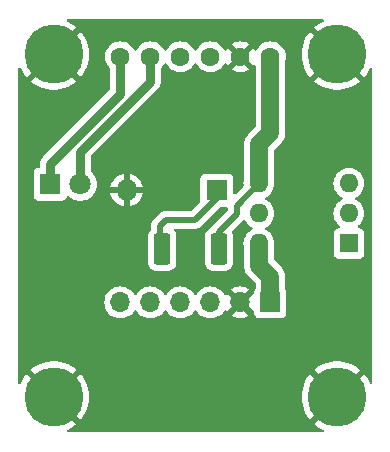
<source format=gbr>
%TF.GenerationSoftware,KiCad,Pcbnew,7.0.7*%
%TF.CreationDate,2024-02-22T12:36:16+00:00*%
%TF.ProjectId,solenoidInterface_rev0,736f6c65-6e6f-4696-9449-6e7465726661,rev?*%
%TF.SameCoordinates,Original*%
%TF.FileFunction,Copper,L1,Top*%
%TF.FilePolarity,Positive*%
%FSLAX46Y46*%
G04 Gerber Fmt 4.6, Leading zero omitted, Abs format (unit mm)*
G04 Created by KiCad (PCBNEW 7.0.7) date 2024-02-22 12:36:16*
%MOMM*%
%LPD*%
G01*
G04 APERTURE LIST*
G04 Aperture macros list*
%AMRoundRect*
0 Rectangle with rounded corners*
0 $1 Rounding radius*
0 $2 $3 $4 $5 $6 $7 $8 $9 X,Y pos of 4 corners*
0 Add a 4 corners polygon primitive as box body*
4,1,4,$2,$3,$4,$5,$6,$7,$8,$9,$2,$3,0*
0 Add four circle primitives for the rounded corners*
1,1,$1+$1,$2,$3*
1,1,$1+$1,$4,$5*
1,1,$1+$1,$6,$7*
1,1,$1+$1,$8,$9*
0 Add four rect primitives between the rounded corners*
20,1,$1+$1,$2,$3,$4,$5,0*
20,1,$1+$1,$4,$5,$6,$7,0*
20,1,$1+$1,$6,$7,$8,$9,0*
20,1,$1+$1,$8,$9,$2,$3,0*%
G04 Aperture macros list end*
%TA.AperFunction,ComponentPad*%
%ADD10C,1.600000*%
%TD*%
%TA.AperFunction,ComponentPad*%
%ADD11R,1.700000X1.700000*%
%TD*%
%TA.AperFunction,ComponentPad*%
%ADD12O,1.700000X1.700000*%
%TD*%
%TA.AperFunction,ComponentPad*%
%ADD13R,1.600000X1.600000*%
%TD*%
%TA.AperFunction,ComponentPad*%
%ADD14O,1.600000X1.600000*%
%TD*%
%TA.AperFunction,ComponentPad*%
%ADD15C,0.800000*%
%TD*%
%TA.AperFunction,ComponentPad*%
%ADD16C,5.000000*%
%TD*%
%TA.AperFunction,SMDPad,CuDef*%
%ADD17RoundRect,0.249999X0.450001X1.075001X-0.450001X1.075001X-0.450001X-1.075001X0.450001X-1.075001X0*%
%TD*%
%TA.AperFunction,ComponentPad*%
%ADD18R,1.800000X1.800000*%
%TD*%
%TA.AperFunction,ComponentPad*%
%ADD19C,1.800000*%
%TD*%
%TA.AperFunction,ComponentPad*%
%ADD20O,1.800000X1.800000*%
%TD*%
%TA.AperFunction,Conductor*%
%ADD21C,0.500000*%
%TD*%
%TA.AperFunction,Conductor*%
%ADD22C,0.750000*%
%TD*%
%TA.AperFunction,Conductor*%
%ADD23C,1.500000*%
%TD*%
G04 APERTURE END LIST*
D10*
%TO.P,J2,1,Pin_1*%
%TO.N,statusLED-*%
X8650000Y-3200000D03*
%TO.P,J2,2,Pin_2*%
%TO.N,statusLED+*%
X11190000Y-3200000D03*
%TO.P,J2,3,Pin_3*%
%TO.N,solenoidStateReturn*%
X13730000Y-3200000D03*
%TO.P,J2,4,Pin_4*%
%TO.N,solenoidState_BUS*%
X16270000Y-3200000D03*
%TO.P,J2,5,Pin_5*%
%TO.N,24VDC_GND*%
X18810000Y-3200000D03*
%TO.P,J2,6,Pin_6*%
%TO.N,solenoid+*%
X21350000Y-3200000D03*
%TD*%
D11*
%TO.P,J1,1,Pin_1*%
%TO.N,24VDC_HOT*%
X21350000Y-24000000D03*
D12*
%TO.P,J1,2,Pin_2*%
%TO.N,24VDC_GND*%
X18810000Y-24000000D03*
%TO.P,J1,3,Pin_3*%
%TO.N,solenoidSignal*%
X16270000Y-24000000D03*
%TO.P,J1,4,Pin_4*%
%TO.N,arduino_GND*%
X13730000Y-24000000D03*
%TO.P,J1,5,Pin_5*%
%TO.N,solenoidState_BUS*%
X11190000Y-24000000D03*
%TO.P,J1,6,Pin_6*%
%TO.N,solenoidStateReturn*%
X8650000Y-24000000D03*
%TD*%
D13*
%TO.P,U1,1*%
%TO.N,solenoidSignal*%
X28000000Y-19000000D03*
D14*
%TO.P,U1,2*%
%TO.N,Net-(R1-Pad1)*%
X28000000Y-16460000D03*
%TO.P,U1,3*%
%TO.N,unconnected-(U1-Pad3)*%
X28000000Y-13920000D03*
%TO.P,U1,4*%
%TO.N,solenoid+*%
X20380000Y-13920000D03*
%TO.P,U1,5*%
%TO.N,unconnected-(U1-Pad5)*%
X20380000Y-16460000D03*
%TO.P,U1,6*%
%TO.N,24VDC_HOT*%
X20380000Y-19000000D03*
%TD*%
D15*
%TO.P,H3,1,1*%
%TO.N,24VDC_GND*%
X25125000Y-32000000D03*
X25674175Y-30674175D03*
X25674175Y-33325825D03*
X27000000Y-30125000D03*
D16*
X27000000Y-32000000D03*
D15*
X27000000Y-33875000D03*
X28325825Y-30674175D03*
X28325825Y-33325825D03*
X28875000Y-32000000D03*
%TD*%
%TO.P,H1,1,1*%
%TO.N,24VDC_GND*%
X1125000Y-3000000D03*
X1674175Y-1674175D03*
X1674175Y-4325825D03*
X3000000Y-1125000D03*
D16*
X3000000Y-3000000D03*
D15*
X3000000Y-4875000D03*
X4325825Y-1674175D03*
X4325825Y-4325825D03*
X4875000Y-3000000D03*
%TD*%
D17*
%TO.P,R2,1*%
%TO.N,solenoid+*%
X17000000Y-19500000D03*
%TO.P,R2,2*%
%TO.N,Net-(D1-K)*%
X12200000Y-19500000D03*
%TD*%
D15*
%TO.P,H4,1,1*%
%TO.N,24VDC_GND*%
X1125000Y-32000000D03*
X1674175Y-30674175D03*
X1674175Y-33325825D03*
X3000000Y-30125000D03*
D16*
X3000000Y-32000000D03*
D15*
X3000000Y-33875000D03*
X4325825Y-30674175D03*
X4325825Y-33325825D03*
X4875000Y-32000000D03*
%TD*%
%TO.P,H2,1,1*%
%TO.N,24VDC_GND*%
X25125000Y-3000000D03*
X25674175Y-1674175D03*
X25674175Y-4325825D03*
X27000000Y-1125000D03*
D16*
X27000000Y-3000000D03*
D15*
X27000000Y-4875000D03*
X28325825Y-1674175D03*
X28325825Y-4325825D03*
X28875000Y-3000000D03*
%TD*%
D18*
%TO.P,D2,1,K*%
%TO.N,statusLED-*%
X2725000Y-14000000D03*
D19*
%TO.P,D2,2,A*%
%TO.N,statusLED+*%
X5265000Y-14000000D03*
%TD*%
D18*
%TO.P,D1,1,K*%
%TO.N,Net-(D1-K)*%
X16810000Y-14500000D03*
D20*
%TO.P,D1,2,A*%
%TO.N,24VDC_GND*%
X9190000Y-14500000D03*
%TD*%
D21*
%TO.N,Net-(D1-K)*%
X12500000Y-17000000D02*
X12000000Y-17500000D01*
X15000000Y-17000000D02*
X12500000Y-17000000D01*
X16810000Y-15190000D02*
X15000000Y-17000000D01*
X12000000Y-19300000D02*
X12200000Y-19500000D01*
X16810000Y-14500000D02*
X16810000Y-15190000D01*
X12000000Y-17500000D02*
X12000000Y-19300000D01*
D22*
%TO.N,statusLED-*%
X8650000Y-6350000D02*
X8650000Y-3200000D01*
X2725000Y-12275000D02*
X8650000Y-6350000D01*
X2725000Y-14000000D02*
X2725000Y-12275000D01*
%TO.N,statusLED+*%
X11190000Y-5310000D02*
X11190000Y-3200000D01*
X5265000Y-14000000D02*
X5265000Y-11235000D01*
X5265000Y-11235000D02*
X11190000Y-5310000D01*
D23*
%TO.N,24VDC_HOT*%
X20380000Y-20880000D02*
X21350000Y-21850000D01*
X20380000Y-19000000D02*
X20380000Y-20880000D01*
X21350000Y-21850000D02*
X21350000Y-24000000D01*
D21*
%TO.N,solenoid+*%
X17000000Y-19500000D02*
X17000000Y-18000000D01*
D23*
X20380000Y-13920000D02*
X20380000Y-10620000D01*
D21*
X18500000Y-15800000D02*
X20380000Y-13920000D01*
D23*
X21350000Y-9650000D02*
X21350000Y-3200000D01*
D21*
X17000000Y-18000000D02*
X18500000Y-16500000D01*
X18500000Y-16500000D02*
X18500000Y-15800000D01*
D23*
X20380000Y-10620000D02*
X21350000Y-9650000D01*
%TD*%
%TA.AperFunction,Conductor*%
%TO.N,24VDC_GND*%
G36*
X25833444Y-20185D02*
G01*
X25879199Y-72989D01*
X25889143Y-142147D01*
X25860118Y-205703D01*
X25812673Y-238365D01*
X25813057Y-239255D01*
X25809739Y-240685D01*
X25497461Y-397519D01*
X25205485Y-589554D01*
X25062817Y-709264D01*
X25599034Y-1245481D01*
X25632519Y-1306804D01*
X25627535Y-1376496D01*
X25585663Y-1432429D01*
X25580245Y-1436263D01*
X25493935Y-1493934D01*
X25493934Y-1493935D01*
X25436263Y-1580245D01*
X25382651Y-1625049D01*
X25313326Y-1633756D01*
X25250299Y-1603601D01*
X25245481Y-1599034D01*
X24706148Y-1059701D01*
X24706146Y-1059701D01*
X24697973Y-1068366D01*
X24489289Y-1348677D01*
X24314561Y-1651316D01*
X24314555Y-1651329D01*
X24176145Y-1972199D01*
X24075916Y-2306988D01*
X24075914Y-2306997D01*
X24015236Y-2651119D01*
X24015235Y-2651130D01*
X23994916Y-2999996D01*
X23994916Y-3000003D01*
X24015235Y-3348869D01*
X24015236Y-3348880D01*
X24075914Y-3693002D01*
X24075916Y-3693011D01*
X24176145Y-4027800D01*
X24314555Y-4348670D01*
X24314561Y-4348683D01*
X24489289Y-4651322D01*
X24697972Y-4931631D01*
X24697976Y-4931636D01*
X24706147Y-4940297D01*
X24706148Y-4940298D01*
X25245481Y-4400964D01*
X25306804Y-4367479D01*
X25376495Y-4372463D01*
X25432429Y-4414334D01*
X25436264Y-4419754D01*
X25438679Y-4423369D01*
X25438680Y-4423370D01*
X25479953Y-4485139D01*
X25493935Y-4506065D01*
X25580243Y-4563734D01*
X25625049Y-4617346D01*
X25633756Y-4686671D01*
X25603602Y-4749698D01*
X25599034Y-4754517D01*
X25062817Y-5290733D01*
X25062818Y-5290734D01*
X25205480Y-5410442D01*
X25497461Y-5602480D01*
X25809739Y-5759314D01*
X25809745Y-5759316D01*
X26138130Y-5878838D01*
X26138133Y-5878839D01*
X26478171Y-5959429D01*
X26825276Y-5999999D01*
X26825277Y-6000000D01*
X27174723Y-6000000D01*
X27174723Y-5999999D01*
X27521827Y-5959429D01*
X27521829Y-5959429D01*
X27861866Y-5878839D01*
X27861869Y-5878838D01*
X28190254Y-5759316D01*
X28190260Y-5759314D01*
X28502538Y-5602480D01*
X28794515Y-5410445D01*
X28937180Y-5290734D01*
X28937181Y-5290733D01*
X28400965Y-4754517D01*
X28367480Y-4693194D01*
X28372464Y-4623502D01*
X28414336Y-4567569D01*
X28419756Y-4563733D01*
X28423366Y-4561320D01*
X28423370Y-4561320D01*
X28506065Y-4506065D01*
X28561320Y-4423370D01*
X28561320Y-4423368D01*
X28563735Y-4419755D01*
X28617347Y-4374950D01*
X28686672Y-4366243D01*
X28749699Y-4396397D01*
X28754518Y-4400965D01*
X29293850Y-4940297D01*
X29302032Y-4931625D01*
X29510710Y-4651322D01*
X29685438Y-4348683D01*
X29685444Y-4348670D01*
X29761641Y-4172027D01*
X29806269Y-4118267D01*
X29872877Y-4097169D01*
X29940318Y-4115431D01*
X29987179Y-4167255D01*
X29999500Y-4221141D01*
X29999500Y-30778858D01*
X29979815Y-30845897D01*
X29927011Y-30891652D01*
X29857853Y-30901596D01*
X29794297Y-30872571D01*
X29761641Y-30827972D01*
X29685444Y-30651329D01*
X29685438Y-30651316D01*
X29510710Y-30348677D01*
X29302029Y-30068371D01*
X29293850Y-30059701D01*
X29293850Y-30059700D01*
X28754517Y-30599034D01*
X28693194Y-30632519D01*
X28623502Y-30627535D01*
X28567569Y-30585663D01*
X28563734Y-30580243D01*
X28506065Y-30493935D01*
X28419754Y-30436264D01*
X28374949Y-30382652D01*
X28366242Y-30313327D01*
X28396396Y-30250299D01*
X28400964Y-30245481D01*
X28937181Y-29709265D01*
X28937180Y-29709264D01*
X28794519Y-29589557D01*
X28502538Y-29397519D01*
X28190260Y-29240685D01*
X28190254Y-29240683D01*
X27861869Y-29121161D01*
X27861866Y-29121160D01*
X27521828Y-29040570D01*
X27174723Y-29000000D01*
X26825277Y-29000000D01*
X26478172Y-29040570D01*
X26478170Y-29040570D01*
X26138133Y-29121160D01*
X26138130Y-29121161D01*
X25809745Y-29240683D01*
X25809739Y-29240685D01*
X25497461Y-29397519D01*
X25205485Y-29589554D01*
X25062817Y-29709264D01*
X25599034Y-30245481D01*
X25632519Y-30306804D01*
X25627535Y-30376496D01*
X25585663Y-30432429D01*
X25580245Y-30436263D01*
X25493935Y-30493934D01*
X25493934Y-30493935D01*
X25436263Y-30580245D01*
X25382651Y-30625049D01*
X25313326Y-30633756D01*
X25250299Y-30603601D01*
X25245481Y-30599034D01*
X24706148Y-30059701D01*
X24706146Y-30059701D01*
X24697973Y-30068366D01*
X24489289Y-30348677D01*
X24314561Y-30651316D01*
X24314555Y-30651329D01*
X24176145Y-30972199D01*
X24075916Y-31306988D01*
X24075914Y-31306997D01*
X24015236Y-31651119D01*
X24015235Y-31651130D01*
X23994916Y-31999996D01*
X23994916Y-32000003D01*
X24015235Y-32348869D01*
X24015236Y-32348880D01*
X24075914Y-32693002D01*
X24075916Y-32693011D01*
X24176145Y-33027800D01*
X24314555Y-33348670D01*
X24314561Y-33348683D01*
X24489289Y-33651322D01*
X24697972Y-33931631D01*
X24697976Y-33931636D01*
X24706147Y-33940297D01*
X24706148Y-33940298D01*
X25245481Y-33400964D01*
X25306804Y-33367479D01*
X25376495Y-33372463D01*
X25432429Y-33414334D01*
X25436264Y-33419754D01*
X25493935Y-33506065D01*
X25580243Y-33563734D01*
X25625049Y-33617346D01*
X25633756Y-33686671D01*
X25603602Y-33749698D01*
X25599034Y-33754517D01*
X25062817Y-34290733D01*
X25062818Y-34290734D01*
X25205480Y-34410442D01*
X25497461Y-34602480D01*
X25809739Y-34759314D01*
X25813057Y-34760745D01*
X25812612Y-34761774D01*
X25865079Y-34800404D01*
X25890015Y-34865673D01*
X25875705Y-34934062D01*
X25826694Y-34983857D01*
X25766405Y-34999500D01*
X4233595Y-34999500D01*
X4166556Y-34979815D01*
X4120801Y-34927011D01*
X4110857Y-34857853D01*
X4139882Y-34794297D01*
X4187326Y-34761634D01*
X4186943Y-34760745D01*
X4190260Y-34759314D01*
X4502538Y-34602480D01*
X4794515Y-34410445D01*
X4937180Y-34290734D01*
X4937181Y-34290733D01*
X4400965Y-33754517D01*
X4367480Y-33693194D01*
X4372464Y-33623502D01*
X4414336Y-33567569D01*
X4419756Y-33563733D01*
X4423366Y-33561320D01*
X4423370Y-33561320D01*
X4506065Y-33506065D01*
X4561320Y-33423370D01*
X4561320Y-33423368D01*
X4563735Y-33419755D01*
X4617347Y-33374950D01*
X4686672Y-33366243D01*
X4749699Y-33396397D01*
X4754518Y-33400965D01*
X5293850Y-33940297D01*
X5302032Y-33931625D01*
X5510710Y-33651322D01*
X5685438Y-33348683D01*
X5685444Y-33348670D01*
X5823854Y-33027800D01*
X5924083Y-32693011D01*
X5924085Y-32693002D01*
X5984763Y-32348880D01*
X5984764Y-32348869D01*
X6005084Y-32000003D01*
X6005084Y-31999996D01*
X5984764Y-31651130D01*
X5984763Y-31651119D01*
X5924085Y-31306997D01*
X5924083Y-31306988D01*
X5823854Y-30972199D01*
X5685444Y-30651329D01*
X5685438Y-30651316D01*
X5510710Y-30348677D01*
X5302029Y-30068371D01*
X5293850Y-30059701D01*
X5293850Y-30059700D01*
X4754517Y-30599034D01*
X4693194Y-30632519D01*
X4623502Y-30627535D01*
X4567569Y-30585663D01*
X4563734Y-30580243D01*
X4506065Y-30493935D01*
X4419754Y-30436264D01*
X4374949Y-30382652D01*
X4366242Y-30313327D01*
X4396396Y-30250299D01*
X4400964Y-30245481D01*
X4937181Y-29709265D01*
X4937180Y-29709264D01*
X4794519Y-29589557D01*
X4502538Y-29397519D01*
X4190260Y-29240685D01*
X4190254Y-29240683D01*
X3861869Y-29121161D01*
X3861866Y-29121160D01*
X3521828Y-29040570D01*
X3174723Y-29000000D01*
X2825277Y-29000000D01*
X2478172Y-29040570D01*
X2478170Y-29040570D01*
X2138133Y-29121160D01*
X2138130Y-29121161D01*
X1809745Y-29240683D01*
X1809739Y-29240685D01*
X1497461Y-29397519D01*
X1205485Y-29589554D01*
X1062817Y-29709264D01*
X1599034Y-30245481D01*
X1632519Y-30306804D01*
X1627535Y-30376496D01*
X1585663Y-30432429D01*
X1580245Y-30436263D01*
X1493935Y-30493934D01*
X1493934Y-30493935D01*
X1436263Y-30580245D01*
X1382651Y-30625049D01*
X1313326Y-30633756D01*
X1250299Y-30603601D01*
X1245481Y-30599034D01*
X706148Y-30059701D01*
X706146Y-30059701D01*
X697973Y-30068366D01*
X489289Y-30348677D01*
X314561Y-30651316D01*
X314555Y-30651329D01*
X238359Y-30827972D01*
X193731Y-30881732D01*
X127123Y-30902830D01*
X59682Y-30884568D01*
X12821Y-30832744D01*
X500Y-30778858D01*
X500Y-14947870D01*
X1324500Y-14947870D01*
X1324501Y-14947876D01*
X1330908Y-15007483D01*
X1381202Y-15142328D01*
X1381206Y-15142335D01*
X1467452Y-15257544D01*
X1467455Y-15257547D01*
X1582664Y-15343793D01*
X1582671Y-15343797D01*
X1717517Y-15394091D01*
X1717516Y-15394091D01*
X1724444Y-15394835D01*
X1777127Y-15400500D01*
X3672872Y-15400499D01*
X3732483Y-15394091D01*
X3867331Y-15343796D01*
X3982546Y-15257546D01*
X4068796Y-15142331D01*
X4076329Y-15122135D01*
X4097455Y-15065493D01*
X4139326Y-15009559D01*
X4204790Y-14985141D01*
X4273063Y-14999992D01*
X4304866Y-15024843D01*
X4312302Y-15032920D01*
X4313215Y-15033912D01*
X4313222Y-15033918D01*
X4496365Y-15176464D01*
X4496371Y-15176468D01*
X4496374Y-15176470D01*
X4700497Y-15286936D01*
X4745487Y-15302381D01*
X4920015Y-15362297D01*
X4920017Y-15362297D01*
X4920019Y-15362298D01*
X5148951Y-15400500D01*
X5148952Y-15400500D01*
X5381048Y-15400500D01*
X5381049Y-15400500D01*
X5609981Y-15362298D01*
X5829503Y-15286936D01*
X6033626Y-15176470D01*
X6216784Y-15033913D01*
X6373979Y-14863153D01*
X6447905Y-14750000D01*
X7809117Y-14750000D01*
X7861317Y-14956135D01*
X7954516Y-15168609D01*
X8081414Y-15362842D01*
X8238558Y-15533545D01*
X8238562Y-15533548D01*
X8421644Y-15676047D01*
X8421648Y-15676050D01*
X8625697Y-15786476D01*
X8625706Y-15786479D01*
X8845139Y-15861811D01*
X8939999Y-15877640D01*
X8940000Y-15877639D01*
X8940000Y-15061821D01*
X8959685Y-14994782D01*
X9012489Y-14949027D01*
X9081647Y-14939083D01*
X9100547Y-14943329D01*
X9122173Y-14950000D01*
X9223723Y-14950000D01*
X9223724Y-14950000D01*
X9297519Y-14938877D01*
X9366742Y-14948350D01*
X9419857Y-14993744D01*
X9439997Y-15060648D01*
X9440000Y-15061492D01*
X9440000Y-15877640D01*
X9534860Y-15861811D01*
X9754293Y-15786479D01*
X9754302Y-15786476D01*
X9958351Y-15676050D01*
X9958355Y-15676047D01*
X10141437Y-15533548D01*
X10141441Y-15533545D01*
X10298585Y-15362842D01*
X10425483Y-15168609D01*
X10518682Y-14956135D01*
X10570883Y-14750000D01*
X9750003Y-14750000D01*
X9682964Y-14730315D01*
X9637209Y-14677511D01*
X9627265Y-14608353D01*
X9629112Y-14598408D01*
X9643810Y-14534007D01*
X9643810Y-14534006D01*
X9632979Y-14389468D01*
X9635079Y-14389310D01*
X9638595Y-14331861D01*
X9679890Y-14275501D01*
X9745101Y-14250413D01*
X9755216Y-14250000D01*
X10570883Y-14250000D01*
X10518682Y-14043864D01*
X10425483Y-13831390D01*
X10298585Y-13637157D01*
X10141441Y-13466454D01*
X10141437Y-13466451D01*
X9958355Y-13323952D01*
X9958351Y-13323949D01*
X9754302Y-13213523D01*
X9754293Y-13213520D01*
X9534861Y-13138188D01*
X9440000Y-13122359D01*
X9440000Y-13938178D01*
X9420315Y-14005217D01*
X9367511Y-14050972D01*
X9298353Y-14060916D01*
X9279454Y-14056670D01*
X9257829Y-14050000D01*
X9257827Y-14050000D01*
X9156276Y-14050000D01*
X9156268Y-14050000D01*
X9082481Y-14061122D01*
X9013256Y-14051649D01*
X8960143Y-14006254D01*
X8940003Y-13939350D01*
X8940000Y-13938507D01*
X8940000Y-13122359D01*
X8939999Y-13122359D01*
X8845138Y-13138188D01*
X8625706Y-13213520D01*
X8625697Y-13213523D01*
X8421648Y-13323949D01*
X8421644Y-13323952D01*
X8238562Y-13466451D01*
X8238558Y-13466454D01*
X8081414Y-13637157D01*
X7954516Y-13831390D01*
X7861317Y-14043864D01*
X7809117Y-14250000D01*
X8629997Y-14250000D01*
X8697036Y-14269685D01*
X8742791Y-14322489D01*
X8752735Y-14391647D01*
X8750888Y-14401592D01*
X8736189Y-14465992D01*
X8736189Y-14465993D01*
X8747021Y-14610532D01*
X8744920Y-14610689D01*
X8741405Y-14668139D01*
X8700110Y-14724499D01*
X8634899Y-14749587D01*
X8624784Y-14750000D01*
X7809117Y-14750000D01*
X6447905Y-14750000D01*
X6500924Y-14668849D01*
X6594157Y-14456300D01*
X6651134Y-14231305D01*
X6664903Y-14065135D01*
X6670300Y-14000006D01*
X6670300Y-13999993D01*
X6651135Y-13768702D01*
X6651133Y-13768691D01*
X6594157Y-13543699D01*
X6500924Y-13331151D01*
X6373983Y-13136852D01*
X6373980Y-13136849D01*
X6373979Y-13136847D01*
X6216784Y-12966087D01*
X6214156Y-12964041D01*
X6188336Y-12943944D01*
X6147524Y-12887233D01*
X6140500Y-12846092D01*
X6140500Y-11649005D01*
X6160185Y-11581966D01*
X6176814Y-11561329D01*
X11782142Y-5956000D01*
X11785810Y-5952618D01*
X11829357Y-5915631D01*
X11879808Y-5849262D01*
X11932030Y-5784297D01*
X11932109Y-5784138D01*
X11944489Y-5764177D01*
X11944602Y-5764029D01*
X11946783Y-5759316D01*
X11979610Y-5688359D01*
X12016641Y-5613693D01*
X12016685Y-5613514D01*
X12024484Y-5591363D01*
X12024562Y-5591197D01*
X12042484Y-5509775D01*
X12062600Y-5428890D01*
X12062604Y-5428714D01*
X12065461Y-5405391D01*
X12065500Y-5405216D01*
X12065500Y-5321840D01*
X12067757Y-5238527D01*
X12067720Y-5238334D01*
X12065500Y-5214975D01*
X12065500Y-4215048D01*
X12085185Y-4148009D01*
X12101814Y-4127371D01*
X12190047Y-4039139D01*
X12320568Y-3852734D01*
X12347619Y-3794721D01*
X12393788Y-3742286D01*
X12460981Y-3723133D01*
X12527862Y-3743348D01*
X12572380Y-3794722D01*
X12599432Y-3852734D01*
X12649546Y-3924305D01*
X12729954Y-4039141D01*
X12890858Y-4200045D01*
X12890861Y-4200047D01*
X13077266Y-4330568D01*
X13283504Y-4426739D01*
X13503308Y-4485635D01*
X13665230Y-4499801D01*
X13729998Y-4505468D01*
X13730000Y-4505468D01*
X13730002Y-4505468D01*
X13786672Y-4500509D01*
X13956692Y-4485635D01*
X14176496Y-4426739D01*
X14382734Y-4330568D01*
X14569139Y-4200047D01*
X14730047Y-4039139D01*
X14860568Y-3852734D01*
X14887618Y-3794724D01*
X14933790Y-3742285D01*
X15000983Y-3723133D01*
X15067865Y-3743348D01*
X15112382Y-3794725D01*
X15139429Y-3852728D01*
X15139432Y-3852734D01*
X15269954Y-4039141D01*
X15430858Y-4200045D01*
X15430861Y-4200047D01*
X15617266Y-4330568D01*
X15823504Y-4426739D01*
X16043308Y-4485635D01*
X16205230Y-4499801D01*
X16269998Y-4505468D01*
X16270000Y-4505468D01*
X16270002Y-4505468D01*
X16326672Y-4500509D01*
X16496692Y-4485635D01*
X16716496Y-4426739D01*
X16922734Y-4330568D01*
X17109139Y-4200047D01*
X17270047Y-4039139D01*
X17400568Y-3852734D01*
X17427895Y-3794129D01*
X17474064Y-3741695D01*
X17541257Y-3722542D01*
X17608139Y-3742757D01*
X17652657Y-3794133D01*
X17679865Y-3852481D01*
X17679866Y-3852483D01*
X17730973Y-3925471D01*
X17730973Y-3925472D01*
X18161481Y-3494963D01*
X18222804Y-3461478D01*
X18292495Y-3466462D01*
X18348429Y-3508333D01*
X18351514Y-3513249D01*
X18351549Y-3513225D01*
X18356441Y-3520156D01*
X18426089Y-3594730D01*
X18459638Y-3630652D01*
X18494698Y-3651973D01*
X18541749Y-3703623D01*
X18553407Y-3772513D01*
X18525970Y-3836770D01*
X18517950Y-3845601D01*
X18084526Y-4279025D01*
X18084526Y-4279026D01*
X18157512Y-4330131D01*
X18157516Y-4330133D01*
X18363673Y-4426265D01*
X18363682Y-4426269D01*
X18583389Y-4485139D01*
X18583400Y-4485141D01*
X18809998Y-4504966D01*
X18810002Y-4504966D01*
X19036599Y-4485141D01*
X19036610Y-4485139D01*
X19256317Y-4426269D01*
X19256331Y-4426264D01*
X19462478Y-4330136D01*
X19535472Y-4279025D01*
X19103165Y-3846719D01*
X19069680Y-3785396D01*
X19074664Y-3715705D01*
X19112589Y-3662852D01*
X19215739Y-3578934D01*
X19266052Y-3507655D01*
X19320793Y-3464239D01*
X19390318Y-3457309D01*
X19452553Y-3489067D01*
X19455037Y-3491483D01*
X19889025Y-3925472D01*
X19902363Y-3924305D01*
X19928501Y-3903413D01*
X19997999Y-3896219D01*
X20060354Y-3927741D01*
X20095769Y-3987971D01*
X20099500Y-4018161D01*
X20099500Y-9080663D01*
X20079815Y-9147702D01*
X20063181Y-9168344D01*
X19547885Y-9683639D01*
X19542699Y-9688274D01*
X19512337Y-9712488D01*
X19512333Y-9712492D01*
X19467365Y-9763960D01*
X19464521Y-9767003D01*
X19456064Y-9775461D01*
X19456054Y-9775472D01*
X19429049Y-9807818D01*
X19364234Y-9882004D01*
X19364230Y-9882010D01*
X19361981Y-9885774D01*
X19350746Y-9901608D01*
X19347934Y-9904977D01*
X19347932Y-9904981D01*
X19299316Y-9990659D01*
X19271321Y-10037514D01*
X19248783Y-10075238D01*
X19247247Y-10079332D01*
X19239008Y-10096945D01*
X19236850Y-10100747D01*
X19236846Y-10100757D01*
X19204307Y-10193746D01*
X19169694Y-10285970D01*
X19169689Y-10285988D01*
X19168909Y-10290288D01*
X19163952Y-10309069D01*
X19162503Y-10313209D01*
X19162502Y-10313215D01*
X19147089Y-10410527D01*
X19129500Y-10507448D01*
X19129500Y-10511827D01*
X19127973Y-10531229D01*
X19127289Y-10535540D01*
X19129500Y-10634021D01*
X19129500Y-13545856D01*
X19125275Y-13577949D01*
X19094366Y-13693302D01*
X19094364Y-13693313D01*
X19074532Y-13919998D01*
X19074532Y-13920003D01*
X19089129Y-14086861D01*
X19075362Y-14155360D01*
X19053282Y-14185348D01*
X18422180Y-14816451D01*
X18360857Y-14849936D01*
X18291166Y-14844952D01*
X18235232Y-14803081D01*
X18210815Y-14737616D01*
X18210499Y-14728770D01*
X18210499Y-13552129D01*
X18210498Y-13552123D01*
X18210497Y-13552116D01*
X18204091Y-13492517D01*
X18197002Y-13473511D01*
X18153797Y-13357671D01*
X18153793Y-13357664D01*
X18067547Y-13242455D01*
X18067544Y-13242452D01*
X17952335Y-13156206D01*
X17952328Y-13156202D01*
X17817482Y-13105908D01*
X17817483Y-13105908D01*
X17757883Y-13099501D01*
X17757881Y-13099500D01*
X17757873Y-13099500D01*
X17757864Y-13099500D01*
X15862129Y-13099500D01*
X15862123Y-13099501D01*
X15802516Y-13105908D01*
X15667671Y-13156202D01*
X15667664Y-13156206D01*
X15552455Y-13242452D01*
X15552452Y-13242455D01*
X15466206Y-13357664D01*
X15466202Y-13357671D01*
X15415908Y-13492517D01*
X15410406Y-13543699D01*
X15409501Y-13552123D01*
X15409500Y-13552135D01*
X15409500Y-15447870D01*
X15409501Y-15447883D01*
X15411047Y-15462262D01*
X15398639Y-15531021D01*
X15375438Y-15563193D01*
X14725451Y-16213181D01*
X14664128Y-16246666D01*
X14637770Y-16249500D01*
X12563705Y-16249500D01*
X12545735Y-16248191D01*
X12521972Y-16244710D01*
X12476533Y-16248686D01*
X12469931Y-16249264D01*
X12464530Y-16249500D01*
X12456289Y-16249500D01*
X12434579Y-16252037D01*
X12423724Y-16253306D01*
X12408419Y-16254645D01*
X12347199Y-16260001D01*
X12340132Y-16261460D01*
X12340120Y-16261404D01*
X12332763Y-16263035D01*
X12332777Y-16263092D01*
X12325743Y-16264759D01*
X12253575Y-16291025D01*
X12180675Y-16315181D01*
X12174126Y-16318236D01*
X12174101Y-16318183D01*
X12167308Y-16321471D01*
X12167334Y-16321523D01*
X12160880Y-16324764D01*
X12096708Y-16366971D01*
X12031347Y-16407285D01*
X12025683Y-16411765D01*
X12025647Y-16411719D01*
X12019798Y-16416484D01*
X12019835Y-16416528D01*
X12014310Y-16421164D01*
X11961599Y-16477033D01*
X11514358Y-16924272D01*
X11500729Y-16936051D01*
X11481468Y-16950390D01*
X11447898Y-16990397D01*
X11444253Y-16994376D01*
X11438409Y-17000222D01*
X11418059Y-17025959D01*
X11368695Y-17084789D01*
X11364729Y-17090819D01*
X11364682Y-17090788D01*
X11360630Y-17097147D01*
X11360679Y-17097177D01*
X11356889Y-17103321D01*
X11324424Y-17172941D01*
X11289960Y-17241566D01*
X11287488Y-17248357D01*
X11287432Y-17248336D01*
X11284960Y-17255450D01*
X11285015Y-17255469D01*
X11282742Y-17262327D01*
X11275142Y-17299139D01*
X11267207Y-17337565D01*
X11254001Y-17393284D01*
X11249498Y-17412286D01*
X11248661Y-17419454D01*
X11248601Y-17419447D01*
X11247835Y-17426945D01*
X11247895Y-17426951D01*
X11247265Y-17434140D01*
X11249500Y-17510916D01*
X11249500Y-17812768D01*
X11229815Y-17879807D01*
X11213183Y-17900448D01*
X11157287Y-17956344D01*
X11065187Y-18105662D01*
X11065185Y-18105667D01*
X11049791Y-18152123D01*
X11010001Y-18272202D01*
X11010001Y-18272203D01*
X11010000Y-18272203D01*
X10999500Y-18374982D01*
X10999500Y-20625017D01*
X11010000Y-20727796D01*
X11065185Y-20894332D01*
X11065187Y-20894337D01*
X11083598Y-20924186D01*
X11157288Y-21043656D01*
X11281344Y-21167712D01*
X11430665Y-21259814D01*
X11597202Y-21314999D01*
X11699990Y-21325500D01*
X11699995Y-21325500D01*
X12700005Y-21325500D01*
X12700010Y-21325500D01*
X12802798Y-21314999D01*
X12969335Y-21259814D01*
X13118656Y-21167712D01*
X13242712Y-21043656D01*
X13334814Y-20894335D01*
X13389999Y-20727798D01*
X13400500Y-20625010D01*
X13400500Y-18374990D01*
X13389999Y-18272202D01*
X13334814Y-18105665D01*
X13242712Y-17956344D01*
X13242708Y-17956340D01*
X13238812Y-17951413D01*
X13212671Y-17886618D01*
X13225710Y-17817975D01*
X13273789Y-17767279D01*
X13336077Y-17750500D01*
X14936295Y-17750500D01*
X14954265Y-17751809D01*
X14978023Y-17755289D01*
X15030068Y-17750735D01*
X15035470Y-17750500D01*
X15043704Y-17750500D01*
X15043709Y-17750500D01*
X15055327Y-17749141D01*
X15076276Y-17746693D01*
X15089028Y-17745577D01*
X15152797Y-17739999D01*
X15152805Y-17739996D01*
X15159866Y-17738539D01*
X15159878Y-17738598D01*
X15167243Y-17736965D01*
X15167229Y-17736906D01*
X15174246Y-17735241D01*
X15174255Y-17735241D01*
X15246423Y-17708974D01*
X15319334Y-17684814D01*
X15319343Y-17684807D01*
X15325882Y-17681760D01*
X15325908Y-17681816D01*
X15332690Y-17678532D01*
X15332663Y-17678478D01*
X15339106Y-17675240D01*
X15339117Y-17675237D01*
X15403283Y-17633034D01*
X15468656Y-17592712D01*
X15468662Y-17592705D01*
X15474325Y-17588229D01*
X15474362Y-17588277D01*
X15480204Y-17583518D01*
X15480164Y-17583471D01*
X15485691Y-17578832D01*
X15485696Y-17578830D01*
X15514612Y-17548181D01*
X15538386Y-17522981D01*
X17124548Y-15936818D01*
X17185871Y-15903333D01*
X17212229Y-15900499D01*
X17625500Y-15900499D01*
X17692539Y-15920184D01*
X17738294Y-15972988D01*
X17749500Y-16024499D01*
X17749500Y-16137769D01*
X17729815Y-16204808D01*
X17713181Y-16225450D01*
X16514358Y-17424272D01*
X16500729Y-17436051D01*
X16481468Y-17450390D01*
X16447898Y-17490397D01*
X16444253Y-17494376D01*
X16438409Y-17500222D01*
X16418059Y-17525959D01*
X16368695Y-17584789D01*
X16364729Y-17590819D01*
X16364682Y-17590788D01*
X16360630Y-17597147D01*
X16360679Y-17597177D01*
X16356891Y-17603317D01*
X16343034Y-17633034D01*
X16327076Y-17667253D01*
X16280905Y-17719691D01*
X16253704Y-17732551D01*
X16230665Y-17740185D01*
X16081342Y-17832289D01*
X15957289Y-17956342D01*
X15865187Y-18105662D01*
X15865185Y-18105667D01*
X15849791Y-18152123D01*
X15810001Y-18272202D01*
X15810001Y-18272203D01*
X15810000Y-18272203D01*
X15799500Y-18374982D01*
X15799500Y-20625017D01*
X15810000Y-20727796D01*
X15865185Y-20894332D01*
X15865187Y-20894337D01*
X15883598Y-20924186D01*
X15957288Y-21043656D01*
X16081344Y-21167712D01*
X16230665Y-21259814D01*
X16397202Y-21314999D01*
X16499990Y-21325500D01*
X16499995Y-21325500D01*
X17500005Y-21325500D01*
X17500010Y-21325500D01*
X17602798Y-21314999D01*
X17769335Y-21259814D01*
X17918656Y-21167712D01*
X18042712Y-21043656D01*
X18134814Y-20894335D01*
X18189999Y-20727798D01*
X18200500Y-20625010D01*
X18200500Y-18374990D01*
X18189999Y-18272202D01*
X18134814Y-18105665D01*
X18134810Y-18105658D01*
X18117954Y-18078330D01*
X18099514Y-18010938D01*
X18120437Y-17944274D01*
X18135807Y-17925558D01*
X18985638Y-17075727D01*
X18999267Y-17063950D01*
X19018530Y-17049610D01*
X19022912Y-17044386D01*
X19081080Y-17005681D01*
X19150941Y-17004567D01*
X19210314Y-17041400D01*
X19230287Y-17071678D01*
X19239213Y-17090819D01*
X19249431Y-17112732D01*
X19249432Y-17112734D01*
X19379954Y-17299141D01*
X19540858Y-17460045D01*
X19580914Y-17488092D01*
X19727266Y-17590568D01*
X19785275Y-17617618D01*
X19837714Y-17663791D01*
X19856866Y-17730984D01*
X19836650Y-17797865D01*
X19785275Y-17842381D01*
X19785118Y-17842455D01*
X19727267Y-17869431D01*
X19727265Y-17869432D01*
X19540858Y-17999954D01*
X19379954Y-18160858D01*
X19249432Y-18347265D01*
X19249431Y-18347267D01*
X19153261Y-18553502D01*
X19153258Y-18553511D01*
X19094366Y-18773302D01*
X19094364Y-18773313D01*
X19074532Y-18999998D01*
X19074532Y-19000000D01*
X19094365Y-19226692D01*
X19125275Y-19342052D01*
X19129500Y-19374142D01*
X19129500Y-20806293D01*
X19129110Y-20813231D01*
X19126792Y-20833804D01*
X19124762Y-20851823D01*
X19124761Y-20851831D01*
X19129359Y-20920013D01*
X19129500Y-20924186D01*
X19129500Y-20936156D01*
X19133277Y-20978124D01*
X19139903Y-21076407D01*
X19139903Y-21076412D01*
X19140972Y-21080652D01*
X19144230Y-21099824D01*
X19144623Y-21104190D01*
X19170835Y-21199165D01*
X19194903Y-21294681D01*
X19196715Y-21298670D01*
X19203340Y-21316944D01*
X19204504Y-21321162D01*
X19204507Y-21321170D01*
X19247253Y-21409935D01*
X19287993Y-21499626D01*
X19287994Y-21499629D01*
X19290483Y-21503221D01*
X19300269Y-21520026D01*
X19302166Y-21523965D01*
X19302174Y-21523979D01*
X19360078Y-21603676D01*
X19416180Y-21684655D01*
X19419273Y-21687748D01*
X19431907Y-21702539D01*
X19434478Y-21706078D01*
X19434481Y-21706081D01*
X19505677Y-21774151D01*
X20063181Y-22331655D01*
X20096666Y-22392978D01*
X20099500Y-22419336D01*
X20099500Y-22808561D01*
X20079815Y-22875600D01*
X20074767Y-22882872D01*
X20056204Y-22907668D01*
X20056202Y-22907671D01*
X20005908Y-23042517D01*
X19999501Y-23102116D01*
X19999501Y-23102123D01*
X19999500Y-23102135D01*
X19999500Y-23112689D01*
X19979815Y-23179728D01*
X19963181Y-23200370D01*
X19418949Y-23744602D01*
X19357626Y-23778087D01*
X19287934Y-23773103D01*
X19232001Y-23731231D01*
X19226953Y-23723961D01*
X19191761Y-23669202D01*
X19076398Y-23569241D01*
X19078708Y-23566574D01*
X19044005Y-23526528D01*
X19034058Y-23457370D01*
X19063080Y-23393813D01*
X19069116Y-23387330D01*
X19571373Y-22885073D01*
X19571373Y-22885072D01*
X19487583Y-22826402D01*
X19487579Y-22826400D01*
X19273492Y-22726570D01*
X19273483Y-22726566D01*
X19045326Y-22665432D01*
X19045315Y-22665430D01*
X18810002Y-22644843D01*
X18809998Y-22644843D01*
X18574684Y-22665430D01*
X18574673Y-22665432D01*
X18346516Y-22726566D01*
X18346507Y-22726570D01*
X18132419Y-22826401D01*
X18048625Y-22885072D01*
X18550883Y-23387330D01*
X18584368Y-23448653D01*
X18579384Y-23518345D01*
X18542357Y-23567805D01*
X18543602Y-23569241D01*
X18428238Y-23669202D01*
X18393046Y-23723962D01*
X18340242Y-23769717D01*
X18271083Y-23779660D01*
X18207528Y-23750634D01*
X18201050Y-23744603D01*
X17695073Y-23238626D01*
X17641881Y-23314594D01*
X17587304Y-23358219D01*
X17517806Y-23365413D01*
X17455451Y-23333891D01*
X17438730Y-23314594D01*
X17308494Y-23128597D01*
X17141402Y-22961506D01*
X17141395Y-22961501D01*
X16947834Y-22825967D01*
X16947830Y-22825965D01*
X16947829Y-22825964D01*
X16733663Y-22726097D01*
X16733659Y-22726096D01*
X16733655Y-22726094D01*
X16505413Y-22664938D01*
X16505403Y-22664936D01*
X16270001Y-22644341D01*
X16269999Y-22644341D01*
X16034596Y-22664936D01*
X16034586Y-22664938D01*
X15806344Y-22726094D01*
X15806335Y-22726098D01*
X15592171Y-22825964D01*
X15592169Y-22825965D01*
X15398597Y-22961505D01*
X15231505Y-23128597D01*
X15101575Y-23314158D01*
X15046998Y-23357783D01*
X14977500Y-23364977D01*
X14915145Y-23333454D01*
X14898425Y-23314158D01*
X14768494Y-23128597D01*
X14601402Y-22961506D01*
X14601395Y-22961501D01*
X14407834Y-22825967D01*
X14407830Y-22825965D01*
X14407829Y-22825964D01*
X14193663Y-22726097D01*
X14193659Y-22726096D01*
X14193655Y-22726094D01*
X13965413Y-22664938D01*
X13965403Y-22664936D01*
X13730001Y-22644341D01*
X13729999Y-22644341D01*
X13494596Y-22664936D01*
X13494586Y-22664938D01*
X13266344Y-22726094D01*
X13266335Y-22726098D01*
X13052171Y-22825964D01*
X13052169Y-22825965D01*
X12858597Y-22961505D01*
X12691505Y-23128597D01*
X12561575Y-23314158D01*
X12506998Y-23357783D01*
X12437500Y-23364977D01*
X12375145Y-23333454D01*
X12358425Y-23314158D01*
X12228494Y-23128597D01*
X12061402Y-22961506D01*
X12061395Y-22961501D01*
X11867834Y-22825967D01*
X11867830Y-22825965D01*
X11867830Y-22825964D01*
X11653663Y-22726097D01*
X11653659Y-22726096D01*
X11653655Y-22726094D01*
X11425413Y-22664938D01*
X11425403Y-22664936D01*
X11190001Y-22644341D01*
X11189999Y-22644341D01*
X10954596Y-22664936D01*
X10954586Y-22664938D01*
X10726344Y-22726094D01*
X10726335Y-22726098D01*
X10512171Y-22825964D01*
X10512169Y-22825965D01*
X10318597Y-22961505D01*
X10151505Y-23128597D01*
X10021575Y-23314158D01*
X9966998Y-23357783D01*
X9897500Y-23364977D01*
X9835145Y-23333454D01*
X9818425Y-23314158D01*
X9688494Y-23128597D01*
X9521402Y-22961506D01*
X9521395Y-22961501D01*
X9327834Y-22825967D01*
X9327830Y-22825965D01*
X9327830Y-22825964D01*
X9113663Y-22726097D01*
X9113659Y-22726096D01*
X9113655Y-22726094D01*
X8885413Y-22664938D01*
X8885403Y-22664936D01*
X8650001Y-22644341D01*
X8649999Y-22644341D01*
X8414596Y-22664936D01*
X8414586Y-22664938D01*
X8186344Y-22726094D01*
X8186335Y-22726098D01*
X7972171Y-22825964D01*
X7972169Y-22825965D01*
X7778597Y-22961505D01*
X7611505Y-23128597D01*
X7475965Y-23322169D01*
X7475964Y-23322171D01*
X7376098Y-23536335D01*
X7376094Y-23536344D01*
X7314938Y-23764586D01*
X7314936Y-23764596D01*
X7294341Y-23999999D01*
X7294341Y-24000000D01*
X7314936Y-24235403D01*
X7314938Y-24235413D01*
X7376094Y-24463655D01*
X7376096Y-24463659D01*
X7376097Y-24463663D01*
X7442568Y-24606210D01*
X7475965Y-24677830D01*
X7475967Y-24677834D01*
X7584281Y-24832521D01*
X7611505Y-24871401D01*
X7778599Y-25038495D01*
X7875384Y-25106264D01*
X7972165Y-25174032D01*
X7972167Y-25174033D01*
X7972170Y-25174035D01*
X8186337Y-25273903D01*
X8414592Y-25335063D01*
X8591034Y-25350500D01*
X8649999Y-25355659D01*
X8650000Y-25355659D01*
X8650001Y-25355659D01*
X8708966Y-25350500D01*
X8885408Y-25335063D01*
X9113663Y-25273903D01*
X9327830Y-25174035D01*
X9521401Y-25038495D01*
X9688495Y-24871401D01*
X9818424Y-24685842D01*
X9873002Y-24642217D01*
X9942500Y-24635023D01*
X10004855Y-24666546D01*
X10021575Y-24685842D01*
X10151500Y-24871395D01*
X10151505Y-24871401D01*
X10318599Y-25038495D01*
X10415384Y-25106264D01*
X10512165Y-25174032D01*
X10512167Y-25174033D01*
X10512170Y-25174035D01*
X10726337Y-25273903D01*
X10954592Y-25335063D01*
X11131034Y-25350500D01*
X11189999Y-25355659D01*
X11190000Y-25355659D01*
X11190001Y-25355659D01*
X11248966Y-25350500D01*
X11425408Y-25335063D01*
X11653663Y-25273903D01*
X11867830Y-25174035D01*
X12061401Y-25038495D01*
X12228495Y-24871401D01*
X12358424Y-24685842D01*
X12413002Y-24642217D01*
X12482500Y-24635023D01*
X12544855Y-24666546D01*
X12561575Y-24685842D01*
X12691500Y-24871395D01*
X12691505Y-24871401D01*
X12858599Y-25038495D01*
X12955384Y-25106264D01*
X13052165Y-25174032D01*
X13052167Y-25174033D01*
X13052170Y-25174035D01*
X13266337Y-25273903D01*
X13494592Y-25335063D01*
X13671034Y-25350500D01*
X13729999Y-25355659D01*
X13730000Y-25355659D01*
X13730001Y-25355659D01*
X13788966Y-25350500D01*
X13965408Y-25335063D01*
X14193663Y-25273903D01*
X14407830Y-25174035D01*
X14601401Y-25038495D01*
X14768495Y-24871401D01*
X14898424Y-24685842D01*
X14953002Y-24642217D01*
X15022500Y-24635023D01*
X15084855Y-24666546D01*
X15101575Y-24685842D01*
X15231500Y-24871395D01*
X15231505Y-24871401D01*
X15398599Y-25038495D01*
X15495384Y-25106264D01*
X15592165Y-25174032D01*
X15592167Y-25174033D01*
X15592170Y-25174035D01*
X15806337Y-25273903D01*
X16034592Y-25335063D01*
X16211034Y-25350500D01*
X16269999Y-25355659D01*
X16270000Y-25355659D01*
X16270001Y-25355659D01*
X16328966Y-25350500D01*
X16505408Y-25335063D01*
X16733663Y-25273903D01*
X16947830Y-25174035D01*
X17141401Y-25038495D01*
X17308495Y-24871401D01*
X17438732Y-24685403D01*
X17493307Y-24641780D01*
X17562805Y-24634586D01*
X17625160Y-24666109D01*
X17641880Y-24685405D01*
X17695073Y-24761373D01*
X18201050Y-24255395D01*
X18262373Y-24221910D01*
X18332064Y-24226894D01*
X18387998Y-24268765D01*
X18393039Y-24276025D01*
X18393048Y-24276039D01*
X18428239Y-24330798D01*
X18543602Y-24430759D01*
X18541293Y-24433422D01*
X18576006Y-24473499D01*
X18585935Y-24542660D01*
X18556898Y-24606210D01*
X18550882Y-24612669D01*
X18048625Y-25114925D01*
X18132421Y-25173599D01*
X18346507Y-25273429D01*
X18346516Y-25273433D01*
X18574673Y-25334567D01*
X18574684Y-25334569D01*
X18809998Y-25355157D01*
X18810002Y-25355157D01*
X19045315Y-25334569D01*
X19045326Y-25334567D01*
X19273483Y-25273433D01*
X19273492Y-25273429D01*
X19487578Y-25173600D01*
X19487582Y-25173598D01*
X19571373Y-25114926D01*
X19571373Y-25114925D01*
X19069116Y-24612669D01*
X19035631Y-24551346D01*
X19040615Y-24481655D01*
X19077640Y-24432193D01*
X19076398Y-24430759D01*
X19083100Y-24424952D01*
X19191761Y-24330798D01*
X19226954Y-24276037D01*
X19279755Y-24230283D01*
X19348914Y-24220339D01*
X19412470Y-24249363D01*
X19418949Y-24255396D01*
X19963181Y-24799629D01*
X19996666Y-24860952D01*
X19999500Y-24887301D01*
X19999500Y-24897865D01*
X19999501Y-24897876D01*
X20005908Y-24957483D01*
X20056202Y-25092328D01*
X20056206Y-25092335D01*
X20142452Y-25207544D01*
X20142455Y-25207547D01*
X20257664Y-25293793D01*
X20257671Y-25293797D01*
X20392517Y-25344091D01*
X20392516Y-25344091D01*
X20399444Y-25344835D01*
X20452127Y-25350500D01*
X22247872Y-25350499D01*
X22307483Y-25344091D01*
X22442331Y-25293796D01*
X22557546Y-25207546D01*
X22643796Y-25092331D01*
X22694091Y-24957483D01*
X22700500Y-24897873D01*
X22700499Y-23102128D01*
X22694091Y-23042517D01*
X22643796Y-22907669D01*
X22625233Y-22882872D01*
X22600816Y-22817408D01*
X22600500Y-22808561D01*
X22600500Y-21923696D01*
X22600889Y-21916758D01*
X22605237Y-21878172D01*
X22600639Y-21809976D01*
X22600500Y-21805821D01*
X22600500Y-21793850D01*
X22600500Y-21793845D01*
X22596721Y-21751858D01*
X22590096Y-21653588D01*
X22589027Y-21649348D01*
X22585768Y-21630169D01*
X22585377Y-21625812D01*
X22559166Y-21530840D01*
X22535096Y-21435316D01*
X22533290Y-21431340D01*
X22526654Y-21413039D01*
X22525493Y-21408830D01*
X22482749Y-21320071D01*
X22442007Y-21230374D01*
X22439517Y-21226780D01*
X22429725Y-21209964D01*
X22427831Y-21206030D01*
X22369921Y-21126322D01*
X22313826Y-21045354D01*
X22313823Y-21045350D01*
X22313820Y-21045346D01*
X22310729Y-21042255D01*
X22298093Y-21027461D01*
X22295521Y-21023921D01*
X22295519Y-21023919D01*
X22224320Y-20955846D01*
X21666819Y-20398344D01*
X21633334Y-20337021D01*
X21630500Y-20310663D01*
X21630500Y-19374142D01*
X21634724Y-19342052D01*
X21665635Y-19226692D01*
X21685468Y-19000000D01*
X21665635Y-18773308D01*
X21606739Y-18553504D01*
X21510568Y-18347266D01*
X21380047Y-18160861D01*
X21380045Y-18160858D01*
X21219141Y-17999954D01*
X21032734Y-17869432D01*
X21032728Y-17869429D01*
X20974882Y-17842455D01*
X20974724Y-17842381D01*
X20922285Y-17796210D01*
X20903133Y-17729017D01*
X20923348Y-17662135D01*
X20974725Y-17617618D01*
X21032734Y-17590568D01*
X21219139Y-17460047D01*
X21380047Y-17299139D01*
X21510568Y-17112734D01*
X21606739Y-16906496D01*
X21665635Y-16686692D01*
X21685468Y-16460001D01*
X26694532Y-16460001D01*
X26714364Y-16686686D01*
X26714366Y-16686697D01*
X26773258Y-16906488D01*
X26773261Y-16906497D01*
X26869431Y-17112732D01*
X26869432Y-17112734D01*
X26999954Y-17299141D01*
X27160858Y-17460045D01*
X27185462Y-17477273D01*
X27229087Y-17531849D01*
X27236281Y-17601348D01*
X27204758Y-17663703D01*
X27144529Y-17699117D01*
X27127593Y-17702138D01*
X27092516Y-17705908D01*
X26957671Y-17756202D01*
X26957664Y-17756206D01*
X26842455Y-17842452D01*
X26842452Y-17842455D01*
X26756206Y-17957664D01*
X26756202Y-17957671D01*
X26705908Y-18092517D01*
X26699501Y-18152116D01*
X26699501Y-18152123D01*
X26699500Y-18152135D01*
X26699500Y-19847870D01*
X26699501Y-19847876D01*
X26705908Y-19907483D01*
X26756202Y-20042328D01*
X26756206Y-20042335D01*
X26842452Y-20157544D01*
X26842455Y-20157547D01*
X26957664Y-20243793D01*
X26957671Y-20243797D01*
X27092517Y-20294091D01*
X27092516Y-20294091D01*
X27099444Y-20294835D01*
X27152127Y-20300500D01*
X28847872Y-20300499D01*
X28907483Y-20294091D01*
X29042331Y-20243796D01*
X29157546Y-20157546D01*
X29243796Y-20042331D01*
X29294091Y-19907483D01*
X29300500Y-19847873D01*
X29300499Y-18152128D01*
X29294091Y-18092517D01*
X29259567Y-17999954D01*
X29243797Y-17957671D01*
X29243793Y-17957664D01*
X29157547Y-17842455D01*
X29157544Y-17842452D01*
X29042335Y-17756206D01*
X29042328Y-17756202D01*
X28907482Y-17705908D01*
X28907483Y-17705908D01*
X28872404Y-17702137D01*
X28807853Y-17675399D01*
X28768005Y-17618006D01*
X28765512Y-17548181D01*
X28801165Y-17488092D01*
X28814539Y-17477272D01*
X28839140Y-17460046D01*
X29000045Y-17299141D01*
X29000045Y-17299140D01*
X29000047Y-17299139D01*
X29130568Y-17112734D01*
X29226739Y-16906496D01*
X29285635Y-16686692D01*
X29305468Y-16460000D01*
X29285635Y-16233308D01*
X29226739Y-16013504D01*
X29130568Y-15807266D01*
X29000047Y-15620861D01*
X29000045Y-15620858D01*
X28839141Y-15459954D01*
X28699672Y-15362298D01*
X28652734Y-15329432D01*
X28594722Y-15302380D01*
X28542284Y-15256208D01*
X28523133Y-15189014D01*
X28543349Y-15122133D01*
X28594721Y-15077619D01*
X28652734Y-15050568D01*
X28839139Y-14920047D01*
X29000047Y-14759139D01*
X29130568Y-14572734D01*
X29226739Y-14366496D01*
X29285635Y-14146692D01*
X29305468Y-13920000D01*
X29285635Y-13693308D01*
X29240916Y-13526415D01*
X29226741Y-13473511D01*
X29226738Y-13473502D01*
X29130568Y-13267266D01*
X29000047Y-13080861D01*
X29000045Y-13080858D01*
X28839141Y-12919954D01*
X28652734Y-12789432D01*
X28652732Y-12789431D01*
X28446497Y-12693261D01*
X28446488Y-12693258D01*
X28226697Y-12634366D01*
X28226693Y-12634365D01*
X28226692Y-12634365D01*
X28226691Y-12634364D01*
X28226686Y-12634364D01*
X28000002Y-12614532D01*
X27999998Y-12614532D01*
X27773313Y-12634364D01*
X27773302Y-12634366D01*
X27553511Y-12693258D01*
X27553502Y-12693261D01*
X27347267Y-12789431D01*
X27347265Y-12789432D01*
X27160858Y-12919954D01*
X26999954Y-13080858D01*
X26869432Y-13267265D01*
X26869431Y-13267267D01*
X26773261Y-13473502D01*
X26773258Y-13473511D01*
X26714366Y-13693302D01*
X26714364Y-13693313D01*
X26694532Y-13919998D01*
X26694532Y-13920001D01*
X26714364Y-14146686D01*
X26714366Y-14146697D01*
X26773258Y-14366488D01*
X26773261Y-14366497D01*
X26869431Y-14572732D01*
X26869432Y-14572734D01*
X26999954Y-14759141D01*
X27160858Y-14920045D01*
X27323479Y-15033912D01*
X27347266Y-15050568D01*
X27405278Y-15077619D01*
X27457713Y-15123788D01*
X27476866Y-15190982D01*
X27456651Y-15257863D01*
X27405277Y-15302380D01*
X27347268Y-15329430D01*
X27347265Y-15329432D01*
X27160858Y-15459954D01*
X26999954Y-15620858D01*
X26869432Y-15807265D01*
X26869431Y-15807267D01*
X26773261Y-16013502D01*
X26773258Y-16013511D01*
X26714366Y-16233302D01*
X26714364Y-16233313D01*
X26694532Y-16459998D01*
X26694532Y-16460001D01*
X21685468Y-16460001D01*
X21685468Y-16460000D01*
X21665635Y-16233308D01*
X21606739Y-16013504D01*
X21510568Y-15807266D01*
X21380047Y-15620861D01*
X21380045Y-15620858D01*
X21219141Y-15459954D01*
X21032734Y-15329432D01*
X21032728Y-15329429D01*
X20974725Y-15302382D01*
X20922285Y-15256210D01*
X20903133Y-15189017D01*
X20923348Y-15122135D01*
X20974725Y-15077618D01*
X21032734Y-15050568D01*
X21219139Y-14920047D01*
X21380047Y-14759139D01*
X21510568Y-14572734D01*
X21606739Y-14366496D01*
X21665635Y-14146692D01*
X21685468Y-13920000D01*
X21665635Y-13693308D01*
X21634725Y-13577949D01*
X21630500Y-13545856D01*
X21630500Y-11189336D01*
X21650185Y-11122297D01*
X21666819Y-11101655D01*
X21666819Y-11101654D01*
X22182136Y-10586337D01*
X22187296Y-10581726D01*
X22217666Y-10557508D01*
X22262638Y-10506031D01*
X22265455Y-10503018D01*
X22273945Y-10494530D01*
X22300964Y-10462165D01*
X22365765Y-10387996D01*
X22368004Y-10384248D01*
X22379265Y-10368375D01*
X22382068Y-10365019D01*
X22430683Y-10279340D01*
X22481215Y-10194764D01*
X22482747Y-10190679D01*
X22491003Y-10173033D01*
X22493153Y-10169245D01*
X22525692Y-10076253D01*
X22560307Y-9984024D01*
X22561085Y-9979737D01*
X22566056Y-9960902D01*
X22567498Y-9956783D01*
X22582910Y-9859472D01*
X22592284Y-9807818D01*
X22600500Y-9762549D01*
X22600500Y-9758169D01*
X22602027Y-9738770D01*
X22602710Y-9734460D01*
X22600500Y-9635997D01*
X22600500Y-3574142D01*
X22604724Y-3542052D01*
X22635635Y-3426692D01*
X22655468Y-3200000D01*
X22652709Y-3168470D01*
X22645586Y-3087047D01*
X22635635Y-2973308D01*
X22576739Y-2753504D01*
X22480568Y-2547266D01*
X22350047Y-2360861D01*
X22350045Y-2360858D01*
X22189141Y-2199954D01*
X22002734Y-2069432D01*
X22002732Y-2069431D01*
X21796497Y-1973261D01*
X21796488Y-1973258D01*
X21576697Y-1914366D01*
X21576693Y-1914365D01*
X21576692Y-1914365D01*
X21576691Y-1914364D01*
X21576686Y-1914364D01*
X21350002Y-1894532D01*
X21349998Y-1894532D01*
X21123313Y-1914364D01*
X21123302Y-1914366D01*
X20903511Y-1973258D01*
X20903502Y-1973261D01*
X20697267Y-2069431D01*
X20697265Y-2069432D01*
X20510858Y-2199954D01*
X20349954Y-2360858D01*
X20219433Y-2547264D01*
X20192106Y-2605867D01*
X20145933Y-2658306D01*
X20078739Y-2677457D01*
X20011858Y-2657241D01*
X19967342Y-2605865D01*
X19940135Y-2547520D01*
X19940131Y-2547512D01*
X19889025Y-2474526D01*
X19458517Y-2905035D01*
X19397194Y-2938520D01*
X19327502Y-2933536D01*
X19271569Y-2891664D01*
X19268486Y-2886750D01*
X19268451Y-2886775D01*
X19263558Y-2879843D01*
X19160360Y-2769346D01*
X19160358Y-2769345D01*
X19125300Y-2748026D01*
X19078248Y-2696375D01*
X19066590Y-2627485D01*
X19094027Y-2563228D01*
X19102047Y-2554397D01*
X19535472Y-2120973D01*
X19462483Y-2069866D01*
X19462481Y-2069865D01*
X19256326Y-1973734D01*
X19256317Y-1973730D01*
X19036610Y-1914860D01*
X19036599Y-1914858D01*
X18810002Y-1895034D01*
X18809998Y-1895034D01*
X18583400Y-1914858D01*
X18583389Y-1914860D01*
X18363682Y-1973730D01*
X18363673Y-1973734D01*
X18157513Y-2069868D01*
X18084527Y-2120972D01*
X18084526Y-2120973D01*
X18516834Y-2553280D01*
X18550319Y-2614603D01*
X18545335Y-2684294D01*
X18507408Y-2737149D01*
X18404261Y-2821066D01*
X18404260Y-2821067D01*
X18404258Y-2821069D01*
X18353947Y-2892344D01*
X18299205Y-2935761D01*
X18229680Y-2942690D01*
X18167445Y-2910931D01*
X18164962Y-2908516D01*
X17730973Y-2474526D01*
X17730972Y-2474527D01*
X17679869Y-2547511D01*
X17652657Y-2605867D01*
X17606484Y-2658306D01*
X17539290Y-2677457D01*
X17472409Y-2657241D01*
X17427893Y-2605865D01*
X17400682Y-2547512D01*
X17400568Y-2547266D01*
X17270047Y-2360861D01*
X17270045Y-2360858D01*
X17109141Y-2199954D01*
X16922734Y-2069432D01*
X16922732Y-2069431D01*
X16716497Y-1973261D01*
X16716488Y-1973258D01*
X16496697Y-1914366D01*
X16496693Y-1914365D01*
X16496692Y-1914365D01*
X16496691Y-1914364D01*
X16496686Y-1914364D01*
X16270002Y-1894532D01*
X16269998Y-1894532D01*
X16043313Y-1914364D01*
X16043302Y-1914366D01*
X15823511Y-1973258D01*
X15823502Y-1973261D01*
X15617267Y-2069431D01*
X15617265Y-2069432D01*
X15430858Y-2199954D01*
X15269954Y-2360858D01*
X15139432Y-2547265D01*
X15139431Y-2547267D01*
X15112382Y-2605275D01*
X15066209Y-2657714D01*
X14999016Y-2676866D01*
X14932135Y-2656650D01*
X14887618Y-2605275D01*
X14860686Y-2547520D01*
X14860568Y-2547266D01*
X14730047Y-2360861D01*
X14730045Y-2360858D01*
X14569141Y-2199954D01*
X14382734Y-2069432D01*
X14382732Y-2069431D01*
X14176497Y-1973261D01*
X14176488Y-1973258D01*
X13956697Y-1914366D01*
X13956693Y-1914365D01*
X13956692Y-1914365D01*
X13956691Y-1914364D01*
X13956686Y-1914364D01*
X13730002Y-1894532D01*
X13729998Y-1894532D01*
X13503313Y-1914364D01*
X13503302Y-1914366D01*
X13283511Y-1973258D01*
X13283502Y-1973261D01*
X13077267Y-2069431D01*
X13077265Y-2069432D01*
X12890858Y-2199954D01*
X12729954Y-2360858D01*
X12599432Y-2547265D01*
X12599431Y-2547267D01*
X12572382Y-2605275D01*
X12526209Y-2657714D01*
X12459016Y-2676866D01*
X12392135Y-2656650D01*
X12347618Y-2605275D01*
X12320686Y-2547520D01*
X12320568Y-2547266D01*
X12190047Y-2360861D01*
X12190045Y-2360858D01*
X12029141Y-2199954D01*
X11842734Y-2069432D01*
X11842732Y-2069431D01*
X11636497Y-1973261D01*
X11636488Y-1973258D01*
X11416697Y-1914366D01*
X11416693Y-1914365D01*
X11416692Y-1914365D01*
X11416691Y-1914364D01*
X11416686Y-1914364D01*
X11190002Y-1894532D01*
X11189998Y-1894532D01*
X10963313Y-1914364D01*
X10963302Y-1914366D01*
X10743511Y-1973258D01*
X10743502Y-1973261D01*
X10537267Y-2069431D01*
X10537265Y-2069432D01*
X10350858Y-2199954D01*
X10189954Y-2360858D01*
X10059432Y-2547265D01*
X10059431Y-2547267D01*
X10032382Y-2605275D01*
X9986209Y-2657714D01*
X9919016Y-2676866D01*
X9852135Y-2656650D01*
X9807618Y-2605275D01*
X9780686Y-2547520D01*
X9780568Y-2547266D01*
X9650047Y-2360861D01*
X9650045Y-2360858D01*
X9489141Y-2199954D01*
X9302734Y-2069432D01*
X9302732Y-2069431D01*
X9096497Y-1973261D01*
X9096488Y-1973258D01*
X8876697Y-1914366D01*
X8876693Y-1914365D01*
X8876692Y-1914365D01*
X8876691Y-1914364D01*
X8876686Y-1914364D01*
X8650002Y-1894532D01*
X8649998Y-1894532D01*
X8423313Y-1914364D01*
X8423302Y-1914366D01*
X8203511Y-1973258D01*
X8203502Y-1973261D01*
X7997267Y-2069431D01*
X7997265Y-2069432D01*
X7810858Y-2199954D01*
X7649954Y-2360858D01*
X7519432Y-2547265D01*
X7519431Y-2547267D01*
X7423261Y-2753502D01*
X7423258Y-2753511D01*
X7364366Y-2973302D01*
X7364364Y-2973313D01*
X7344532Y-3199998D01*
X7344532Y-3200001D01*
X7364364Y-3426686D01*
X7364366Y-3426697D01*
X7423258Y-3646488D01*
X7423261Y-3646497D01*
X7519431Y-3852732D01*
X7519432Y-3852734D01*
X7649951Y-4039137D01*
X7649952Y-4039138D01*
X7649953Y-4039139D01*
X7738182Y-4127368D01*
X7771666Y-4188689D01*
X7774500Y-4215048D01*
X7774500Y-5935992D01*
X7754815Y-6003031D01*
X7738181Y-6023673D01*
X2132873Y-11628982D01*
X2129170Y-11632396D01*
X2085641Y-11669370D01*
X2035191Y-11735737D01*
X1982970Y-11800701D01*
X1982968Y-11800704D01*
X1982879Y-11800885D01*
X1970529Y-11820796D01*
X1970400Y-11820964D01*
X1970397Y-11820970D01*
X1949605Y-11865913D01*
X1935389Y-11896640D01*
X1916798Y-11934124D01*
X1898359Y-11971305D01*
X1898354Y-11971319D01*
X1898309Y-11971503D01*
X1890527Y-11993609D01*
X1890441Y-11993794D01*
X1890438Y-11993803D01*
X1872514Y-12075229D01*
X1852399Y-12156113D01*
X1852394Y-12156310D01*
X1849545Y-12179575D01*
X1849500Y-12179778D01*
X1849500Y-12263160D01*
X1847243Y-12346472D01*
X1847279Y-12346660D01*
X1849499Y-12370019D01*
X1849499Y-12480336D01*
X1829814Y-12547375D01*
X1777010Y-12593130D01*
X1738753Y-12603626D01*
X1717516Y-12605909D01*
X1582671Y-12656202D01*
X1582664Y-12656206D01*
X1467455Y-12742452D01*
X1467452Y-12742455D01*
X1381206Y-12857664D01*
X1381202Y-12857671D01*
X1330908Y-12992517D01*
X1324501Y-13052116D01*
X1324500Y-13052135D01*
X1324500Y-14947870D01*
X500Y-14947870D01*
X500Y-4221141D01*
X20185Y-4154102D01*
X72989Y-4108347D01*
X142147Y-4098403D01*
X205703Y-4127428D01*
X238359Y-4172027D01*
X314555Y-4348670D01*
X314561Y-4348683D01*
X489289Y-4651322D01*
X697972Y-4931631D01*
X697976Y-4931636D01*
X706147Y-4940297D01*
X706148Y-4940298D01*
X1245481Y-4400964D01*
X1306804Y-4367479D01*
X1376495Y-4372463D01*
X1432429Y-4414334D01*
X1436264Y-4419754D01*
X1438679Y-4423369D01*
X1438680Y-4423370D01*
X1479953Y-4485139D01*
X1493935Y-4506065D01*
X1580243Y-4563734D01*
X1625049Y-4617346D01*
X1633756Y-4686671D01*
X1603602Y-4749698D01*
X1599034Y-4754517D01*
X1062817Y-5290733D01*
X1062818Y-5290734D01*
X1205480Y-5410442D01*
X1497461Y-5602480D01*
X1809739Y-5759314D01*
X1809745Y-5759316D01*
X2138130Y-5878838D01*
X2138133Y-5878839D01*
X2478171Y-5959429D01*
X2825276Y-5999999D01*
X2825277Y-6000000D01*
X3174723Y-6000000D01*
X3174723Y-5999999D01*
X3521827Y-5959429D01*
X3521829Y-5959429D01*
X3861866Y-5878839D01*
X3861869Y-5878838D01*
X4190254Y-5759316D01*
X4190260Y-5759314D01*
X4502538Y-5602480D01*
X4794515Y-5410445D01*
X4937180Y-5290734D01*
X4937181Y-5290733D01*
X4400965Y-4754517D01*
X4367480Y-4693194D01*
X4372464Y-4623502D01*
X4414336Y-4567569D01*
X4419756Y-4563733D01*
X4423366Y-4561320D01*
X4423370Y-4561320D01*
X4506065Y-4506065D01*
X4561320Y-4423370D01*
X4561320Y-4423368D01*
X4563735Y-4419755D01*
X4617347Y-4374950D01*
X4686672Y-4366243D01*
X4749699Y-4396397D01*
X4754518Y-4400965D01*
X5293850Y-4940297D01*
X5302032Y-4931625D01*
X5510710Y-4651322D01*
X5685438Y-4348683D01*
X5685444Y-4348670D01*
X5823854Y-4027800D01*
X5924083Y-3693011D01*
X5924085Y-3693002D01*
X5984763Y-3348880D01*
X5984764Y-3348869D01*
X6005084Y-3000003D01*
X6005084Y-2999996D01*
X5984764Y-2651130D01*
X5984763Y-2651119D01*
X5924085Y-2306997D01*
X5924083Y-2306988D01*
X5823854Y-1972199D01*
X5685444Y-1651329D01*
X5685438Y-1651316D01*
X5510710Y-1348677D01*
X5302029Y-1068371D01*
X5293850Y-1059701D01*
X5293850Y-1059700D01*
X4754517Y-1599034D01*
X4693194Y-1632519D01*
X4623502Y-1627535D01*
X4567569Y-1585663D01*
X4563734Y-1580243D01*
X4506065Y-1493935D01*
X4419754Y-1436264D01*
X4374949Y-1382652D01*
X4366242Y-1313327D01*
X4396396Y-1250299D01*
X4400964Y-1245481D01*
X4937181Y-709265D01*
X4937180Y-709264D01*
X4794519Y-589557D01*
X4502538Y-397519D01*
X4190260Y-240685D01*
X4186943Y-239255D01*
X4187387Y-238225D01*
X4134921Y-199596D01*
X4109985Y-134327D01*
X4124295Y-65938D01*
X4173306Y-16143D01*
X4233595Y-500D01*
X25766405Y-500D01*
X25833444Y-20185D01*
G37*
%TD.AperFunction*%
%TA.AperFunction,Conductor*%
G36*
X4099619Y-32763588D02*
G01*
X4146585Y-32793032D01*
X4250684Y-32897131D01*
X4284169Y-32958454D01*
X4279185Y-33028146D01*
X4237313Y-33084079D01*
X4231895Y-33087913D01*
X4145585Y-33145584D01*
X4145584Y-33145585D01*
X4087913Y-33231895D01*
X4034301Y-33276699D01*
X3964976Y-33285406D01*
X3901949Y-33255251D01*
X3897131Y-33250684D01*
X3792786Y-33146339D01*
X3759301Y-33085016D01*
X3764285Y-33015324D01*
X3806157Y-32959391D01*
X3807427Y-32958454D01*
X3825747Y-32945144D01*
X3969279Y-32795020D01*
X4029833Y-32760169D01*
X4099619Y-32763588D01*
G37*
%TD.AperFunction*%
%TA.AperFunction,Conductor*%
G36*
X25986564Y-32762395D02*
G01*
X26040177Y-32801264D01*
X26092852Y-32867317D01*
X26092854Y-32867318D01*
X26092855Y-32867320D01*
X26161046Y-32926896D01*
X26202916Y-32963477D01*
X26240450Y-33022409D01*
X26240165Y-33092278D01*
X26209012Y-33144539D01*
X26102867Y-33250684D01*
X26041544Y-33284169D01*
X25971852Y-33279185D01*
X25915919Y-33237313D01*
X25912084Y-33231893D01*
X25854415Y-33145585D01*
X25768104Y-33087914D01*
X25723299Y-33034302D01*
X25714592Y-32964977D01*
X25744746Y-32901949D01*
X25749314Y-32897131D01*
X25855549Y-32790896D01*
X25916872Y-32757411D01*
X25986564Y-32762395D01*
G37*
%TD.AperFunction*%
%TA.AperFunction,Conductor*%
G36*
X4028146Y-30720813D02*
G01*
X4084079Y-30762685D01*
X4087914Y-30768104D01*
X4090329Y-30771719D01*
X4090330Y-30771720D01*
X4145585Y-30854415D01*
X4216196Y-30901596D01*
X4231893Y-30912084D01*
X4276699Y-30965696D01*
X4285406Y-31035021D01*
X4255252Y-31098048D01*
X4250684Y-31102867D01*
X4144449Y-31209102D01*
X4083126Y-31242587D01*
X4013434Y-31237603D01*
X3959821Y-31198733D01*
X3907149Y-31132684D01*
X3907146Y-31132681D01*
X3907145Y-31132680D01*
X3802832Y-31041545D01*
X3797082Y-31036521D01*
X3759548Y-30977589D01*
X3759833Y-30907720D01*
X3790986Y-30855459D01*
X3897131Y-30749314D01*
X3958454Y-30715829D01*
X4028146Y-30720813D01*
G37*
%TD.AperFunction*%
%TA.AperFunction,Conductor*%
G36*
X28028146Y-30720813D02*
G01*
X28084079Y-30762685D01*
X28087914Y-30768104D01*
X28090329Y-30771719D01*
X28090330Y-30771720D01*
X28145585Y-30854415D01*
X28216196Y-30901596D01*
X28231893Y-30912084D01*
X28276699Y-30965696D01*
X28285406Y-31035021D01*
X28255252Y-31098048D01*
X28250684Y-31102867D01*
X28144449Y-31209102D01*
X28083126Y-31242587D01*
X28013434Y-31237603D01*
X27959821Y-31198733D01*
X27907149Y-31132684D01*
X27907146Y-31132681D01*
X27907145Y-31132680D01*
X27802832Y-31041545D01*
X27797082Y-31036521D01*
X27759548Y-30977589D01*
X27759833Y-30907720D01*
X27790986Y-30855459D01*
X27897131Y-30749314D01*
X27958454Y-30715829D01*
X28028146Y-30720813D01*
G37*
%TD.AperFunction*%
%TA.AperFunction,Conductor*%
G36*
X2098049Y-30744747D02*
G01*
X2102868Y-30749315D01*
X2207212Y-30853659D01*
X2240697Y-30914982D01*
X2235713Y-30984674D01*
X2193841Y-31040607D01*
X2192419Y-31041656D01*
X2174258Y-31054850D01*
X2174250Y-31054857D01*
X2030721Y-31204978D01*
X1970165Y-31239830D01*
X1900379Y-31236411D01*
X1853414Y-31206967D01*
X1749315Y-31102868D01*
X1715830Y-31041545D01*
X1720814Y-30971853D01*
X1762686Y-30915920D01*
X1768105Y-30912085D01*
X1771718Y-30909670D01*
X1771720Y-30909670D01*
X1854415Y-30854415D01*
X1909670Y-30771720D01*
X1909670Y-30771718D01*
X1912085Y-30768105D01*
X1965697Y-30723300D01*
X2035022Y-30714593D01*
X2098049Y-30744747D01*
G37*
%TD.AperFunction*%
%TA.AperFunction,Conductor*%
G36*
X26098049Y-30744747D02*
G01*
X26102868Y-30749315D01*
X26207212Y-30853659D01*
X26240697Y-30914982D01*
X26235713Y-30984674D01*
X26193841Y-31040607D01*
X26192419Y-31041656D01*
X26174258Y-31054850D01*
X26174250Y-31054857D01*
X26030721Y-31204978D01*
X25970165Y-31239830D01*
X25900379Y-31236411D01*
X25853414Y-31206967D01*
X25749315Y-31102868D01*
X25715830Y-31041545D01*
X25720814Y-30971853D01*
X25762686Y-30915920D01*
X25768105Y-30912085D01*
X25771718Y-30909670D01*
X25771720Y-30909670D01*
X25854415Y-30854415D01*
X25909670Y-30771720D01*
X25909670Y-30771718D01*
X25912085Y-30768105D01*
X25965697Y-30723300D01*
X26035022Y-30714593D01*
X26098049Y-30744747D01*
G37*
%TD.AperFunction*%
%TA.AperFunction,Conductor*%
G36*
X4099619Y-3763588D02*
G01*
X4146585Y-3793032D01*
X4250684Y-3897131D01*
X4284169Y-3958454D01*
X4279185Y-4028146D01*
X4237313Y-4084079D01*
X4231895Y-4087913D01*
X4145585Y-4145584D01*
X4145584Y-4145585D01*
X4087913Y-4231895D01*
X4034301Y-4276699D01*
X3964976Y-4285406D01*
X3901949Y-4255251D01*
X3897131Y-4250684D01*
X3792786Y-4146339D01*
X3759301Y-4085016D01*
X3764285Y-4015324D01*
X3806157Y-3959391D01*
X3807427Y-3958454D01*
X3825747Y-3945144D01*
X3969279Y-3795020D01*
X4029833Y-3760169D01*
X4099619Y-3763588D01*
G37*
%TD.AperFunction*%
%TA.AperFunction,Conductor*%
G36*
X28099619Y-3763588D02*
G01*
X28146585Y-3793032D01*
X28250684Y-3897131D01*
X28284169Y-3958454D01*
X28279185Y-4028146D01*
X28237313Y-4084079D01*
X28231895Y-4087913D01*
X28145585Y-4145584D01*
X28145584Y-4145585D01*
X28087913Y-4231895D01*
X28034301Y-4276699D01*
X27964976Y-4285406D01*
X27901949Y-4255251D01*
X27897131Y-4250684D01*
X27792786Y-4146339D01*
X27759301Y-4085016D01*
X27764285Y-4015324D01*
X27806157Y-3959391D01*
X27807427Y-3958454D01*
X27825747Y-3945144D01*
X27969279Y-3795020D01*
X28029833Y-3760169D01*
X28099619Y-3763588D01*
G37*
%TD.AperFunction*%
%TA.AperFunction,Conductor*%
G36*
X1986564Y-3762395D02*
G01*
X2040177Y-3801264D01*
X2092852Y-3867317D01*
X2092854Y-3867318D01*
X2092855Y-3867320D01*
X2134167Y-3903413D01*
X2202916Y-3963477D01*
X2240450Y-4022409D01*
X2240165Y-4092278D01*
X2209012Y-4144539D01*
X2102867Y-4250684D01*
X2041544Y-4284169D01*
X1971852Y-4279185D01*
X1915919Y-4237313D01*
X1912084Y-4231893D01*
X1854415Y-4145585D01*
X1768104Y-4087914D01*
X1723299Y-4034302D01*
X1714592Y-3964977D01*
X1744746Y-3901949D01*
X1749314Y-3897131D01*
X1855549Y-3790896D01*
X1916872Y-3757411D01*
X1986564Y-3762395D01*
G37*
%TD.AperFunction*%
%TA.AperFunction,Conductor*%
G36*
X25986564Y-3762395D02*
G01*
X26040177Y-3801264D01*
X26092852Y-3867317D01*
X26092854Y-3867318D01*
X26092855Y-3867320D01*
X26134167Y-3903413D01*
X26202916Y-3963477D01*
X26240450Y-4022409D01*
X26240165Y-4092278D01*
X26209012Y-4144539D01*
X26102867Y-4250684D01*
X26041544Y-4284169D01*
X25971852Y-4279185D01*
X25915919Y-4237313D01*
X25912084Y-4231893D01*
X25854415Y-4145585D01*
X25768104Y-4087914D01*
X25723299Y-4034302D01*
X25714592Y-3964977D01*
X25744746Y-3901949D01*
X25749314Y-3897131D01*
X25855549Y-3790896D01*
X25916872Y-3757411D01*
X25986564Y-3762395D01*
G37*
%TD.AperFunction*%
%TA.AperFunction,Conductor*%
G36*
X4028146Y-1720813D02*
G01*
X4084079Y-1762685D01*
X4087914Y-1768104D01*
X4090329Y-1771719D01*
X4090330Y-1771720D01*
X4145585Y-1854415D01*
X4205624Y-1894532D01*
X4231893Y-1912084D01*
X4276699Y-1965696D01*
X4285406Y-2035021D01*
X4255252Y-2098048D01*
X4250684Y-2102867D01*
X4144449Y-2209102D01*
X4083126Y-2242587D01*
X4013434Y-2237603D01*
X3959821Y-2198733D01*
X3907149Y-2132684D01*
X3907146Y-2132681D01*
X3907145Y-2132680D01*
X3835247Y-2069865D01*
X3797082Y-2036521D01*
X3759548Y-1977589D01*
X3759833Y-1907720D01*
X3790986Y-1855459D01*
X3897131Y-1749314D01*
X3958454Y-1715829D01*
X4028146Y-1720813D01*
G37*
%TD.AperFunction*%
%TA.AperFunction,Conductor*%
G36*
X26098049Y-1744747D02*
G01*
X26102868Y-1749315D01*
X26207212Y-1853659D01*
X26240697Y-1914982D01*
X26235713Y-1984674D01*
X26193841Y-2040607D01*
X26192419Y-2041656D01*
X26174258Y-2054850D01*
X26174250Y-2054857D01*
X26030721Y-2204978D01*
X25970165Y-2239830D01*
X25900379Y-2236411D01*
X25853414Y-2206967D01*
X25749315Y-2102868D01*
X25715830Y-2041545D01*
X25720814Y-1971853D01*
X25762686Y-1915920D01*
X25768105Y-1912085D01*
X25771718Y-1909670D01*
X25771720Y-1909670D01*
X25854415Y-1854415D01*
X25909670Y-1771720D01*
X25909670Y-1771718D01*
X25912085Y-1768105D01*
X25965697Y-1723300D01*
X26035022Y-1714593D01*
X26098049Y-1744747D01*
G37*
%TD.AperFunction*%
%TD*%
M02*

</source>
